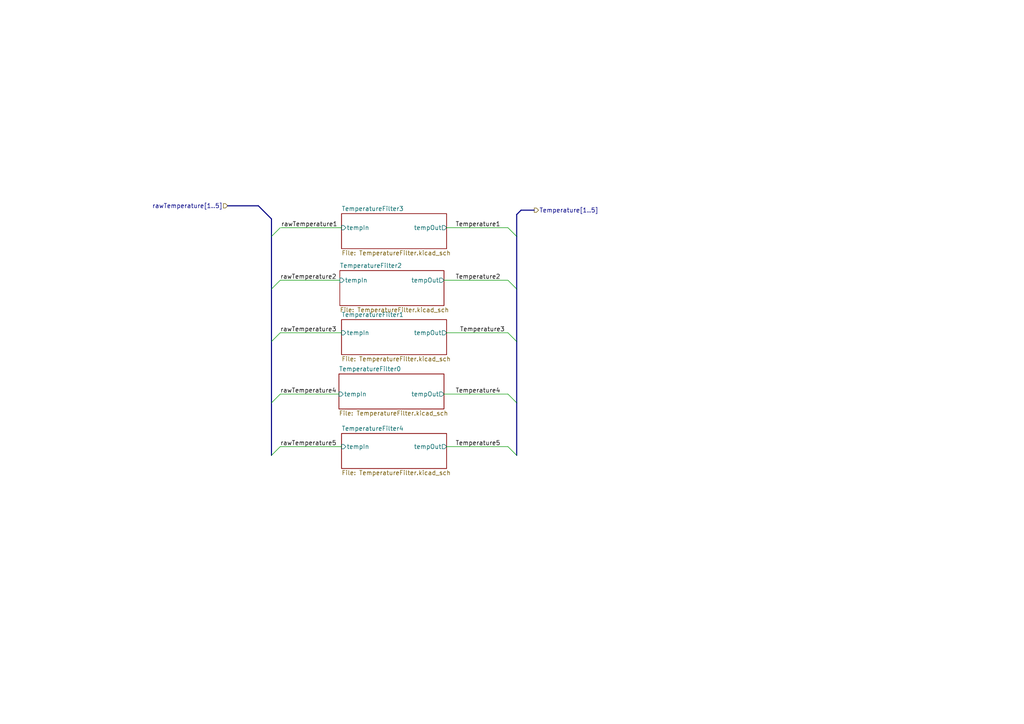
<source format=kicad_sch>
(kicad_sch
	(version 20250114)
	(generator "eeschema")
	(generator_version "9.0")
	(uuid "62f5d096-1c3b-473c-9490-20e328645474")
	(paper "A4")
	(lib_symbols)
	(bus_entry
		(at 78.74 99.06)
		(size 2.54 -2.54)
		(stroke
			(width 0)
			(type default)
		)
		(uuid "001bff1b-90d8-4ca5-b931-8297cd544f62")
	)
	(bus_entry
		(at 78.74 132.08)
		(size 2.54 -2.54)
		(stroke
			(width 0)
			(type default)
		)
		(uuid "1117d094-b8c6-4a01-ae12-76c1101ed50a")
	)
	(bus_entry
		(at 147.32 81.28)
		(size 2.54 2.54)
		(stroke
			(width 0)
			(type default)
		)
		(uuid "21d81c63-4e54-4d7b-a8ed-053e59975958")
	)
	(bus_entry
		(at 78.74 116.84)
		(size 2.54 -2.54)
		(stroke
			(width 0)
			(type default)
		)
		(uuid "2309bb34-a5f2-4e35-9b9d-a6a58734abbd")
	)
	(bus_entry
		(at 78.74 68.58)
		(size 2.54 -2.54)
		(stroke
			(width 0)
			(type default)
		)
		(uuid "52861a0e-b14c-4e71-86b9-5bab237f53cc")
	)
	(bus_entry
		(at 78.74 83.82)
		(size 2.54 -2.54)
		(stroke
			(width 0)
			(type default)
		)
		(uuid "5d2ea581-5a03-4687-bdf2-164692c46145")
	)
	(bus_entry
		(at 147.32 129.54)
		(size 2.54 2.54)
		(stroke
			(width 0)
			(type default)
		)
		(uuid "a01d41e3-7591-41cf-b896-e3de3beb7464")
	)
	(bus_entry
		(at 147.32 66.04)
		(size 2.54 2.54)
		(stroke
			(width 0)
			(type default)
		)
		(uuid "a12afb85-c0df-452f-96c8-becb2dd002f5")
	)
	(bus_entry
		(at 147.32 96.52)
		(size 2.54 2.54)
		(stroke
			(width 0)
			(type default)
		)
		(uuid "c6e52d2e-eaae-46d8-b7e9-fc848796e182")
	)
	(bus_entry
		(at 147.32 114.3)
		(size 2.54 2.54)
		(stroke
			(width 0)
			(type default)
		)
		(uuid "d9f40af1-aca8-4fb7-bef5-99302894a457")
	)
	(wire
		(pts
			(xy 81.28 96.52) (xy 99.06 96.52)
		)
		(stroke
			(width 0)
			(type default)
		)
		(uuid "096ee0bc-7c30-4e70-83ed-53c181ed1d9d")
	)
	(bus
		(pts
			(xy 149.86 62.23) (xy 151.13 60.96)
		)
		(stroke
			(width 0)
			(type default)
		)
		(uuid "0c2c0077-aa33-43c7-922f-e790f5c1f97c")
	)
	(bus
		(pts
			(xy 78.74 83.82) (xy 78.74 99.06)
		)
		(stroke
			(width 0)
			(type default)
		)
		(uuid "203aa79d-b39f-4e52-aef8-f63d2647778d")
	)
	(bus
		(pts
			(xy 78.74 99.06) (xy 78.74 116.84)
		)
		(stroke
			(width 0)
			(type default)
		)
		(uuid "2974ef1d-ecaa-42e3-b306-49bfe3fc6f0b")
	)
	(bus
		(pts
			(xy 66.04 59.69) (xy 74.93 59.69)
		)
		(stroke
			(width 0)
			(type default)
		)
		(uuid "40176581-502d-4e16-8ffd-258a83fc1696")
	)
	(wire
		(pts
			(xy 81.534 66.04) (xy 99.06 66.04)
		)
		(stroke
			(width 0)
			(type default)
		)
		(uuid "41ce7d36-3582-45ea-9628-4f92dad291fa")
	)
	(bus
		(pts
			(xy 149.86 68.58) (xy 149.86 62.23)
		)
		(stroke
			(width 0)
			(type default)
		)
		(uuid "4f857810-aade-48c0-9e30-b3c45e057fdc")
	)
	(wire
		(pts
			(xy 81.28 81.28) (xy 98.552 81.28)
		)
		(stroke
			(width 0)
			(type default)
		)
		(uuid "6ed02998-0296-4e09-a262-1db8c2ce156f")
	)
	(bus
		(pts
			(xy 149.86 116.84) (xy 149.86 99.06)
		)
		(stroke
			(width 0)
			(type default)
		)
		(uuid "7620af9c-175d-4ad0-8f6d-b6ffa52871ac")
	)
	(bus
		(pts
			(xy 74.93 59.69) (xy 78.74 63.5)
		)
		(stroke
			(width 0)
			(type default)
		)
		(uuid "7e118841-b397-429e-aaff-c3025a411126")
	)
	(wire
		(pts
			(xy 128.778 81.28) (xy 147.32 81.28)
		)
		(stroke
			(width 0)
			(type default)
		)
		(uuid "ae69ba5f-8477-49e8-8be6-70f6cb536dcd")
	)
	(bus
		(pts
			(xy 149.86 132.08) (xy 149.86 116.84)
		)
		(stroke
			(width 0)
			(type default)
		)
		(uuid "b075c97a-5a69-4811-8c39-e7c4c8f25a0d")
	)
	(bus
		(pts
			(xy 151.13 60.96) (xy 154.94 60.96)
		)
		(stroke
			(width 0)
			(type default)
		)
		(uuid "c0d8a73b-b3a6-4562-8fb8-f5c74554dbea")
	)
	(wire
		(pts
			(xy 129.54 66.04) (xy 147.32 66.04)
		)
		(stroke
			(width 0)
			(type default)
		)
		(uuid "c67fb43c-65f4-413c-9e16-e3e77776d813")
	)
	(bus
		(pts
			(xy 149.86 99.06) (xy 149.86 83.82)
		)
		(stroke
			(width 0)
			(type default)
		)
		(uuid "cf910d5d-ac64-4741-a2d8-68b00bd6ed30")
	)
	(wire
		(pts
			(xy 128.778 114.3) (xy 147.32 114.3)
		)
		(stroke
			(width 0)
			(type default)
		)
		(uuid "d07a5694-f442-4bcd-9828-beb69976598d")
	)
	(bus
		(pts
			(xy 78.74 116.84) (xy 78.74 132.08)
		)
		(stroke
			(width 0)
			(type default)
		)
		(uuid "d1ae39b3-199d-440c-8d2b-bd41bdb8c259")
	)
	(wire
		(pts
			(xy 81.28 114.3) (xy 98.298 114.3)
		)
		(stroke
			(width 0)
			(type default)
		)
		(uuid "d9252e68-6bf8-412a-963c-227a5edc749b")
	)
	(wire
		(pts
			(xy 129.54 96.52) (xy 147.32 96.52)
		)
		(stroke
			(width 0)
			(type default)
		)
		(uuid "dfe874eb-32bf-42fa-836a-df8f9905e90f")
	)
	(wire
		(pts
			(xy 129.54 129.54) (xy 147.32 129.54)
		)
		(stroke
			(width 0)
			(type default)
		)
		(uuid "e7545432-791a-41d9-afb7-b35369069bdd")
	)
	(wire
		(pts
			(xy 81.28 129.54) (xy 99.06 129.54)
		)
		(stroke
			(width 0)
			(type default)
		)
		(uuid "ebc863d7-39af-48f8-9aee-c53e78194f89")
	)
	(bus
		(pts
			(xy 78.74 68.58) (xy 78.74 83.82)
		)
		(stroke
			(width 0)
			(type default)
		)
		(uuid "f8075956-6ded-46b3-b83c-b94fed9a07c6")
	)
	(bus
		(pts
			(xy 149.86 83.82) (xy 149.86 68.58)
		)
		(stroke
			(width 0)
			(type default)
		)
		(uuid "fab1c197-91c3-4e66-bb5b-ff0883830832")
	)
	(bus
		(pts
			(xy 78.74 63.5) (xy 78.74 68.58)
		)
		(stroke
			(width 0)
			(type default)
		)
		(uuid "fca2035a-ad78-4664-95c1-5ebc941d147b")
	)
	(label "Temperature1"
		(at 132.08 66.04 0)
		(effects
			(font
				(size 1.27 1.27)
			)
			(justify left bottom)
		)
		(uuid "0fa7f4cf-0c26-440b-9b78-8563fcac16fe")
	)
	(label "Temperature5"
		(at 132.08 129.54 0)
		(effects
			(font
				(size 1.27 1.27)
			)
			(justify left bottom)
		)
		(uuid "2dfb18d9-c1f9-41cc-a4ae-0620055f0acc")
	)
	(label "rawTemperature2"
		(at 81.28 81.28 0)
		(effects
			(font
				(size 1.27 1.27)
			)
			(justify left bottom)
		)
		(uuid "2e24adbc-9ecd-4b24-93ce-1f934d39ad31")
	)
	(label "rawTemperature4"
		(at 81.28 114.3 0)
		(effects
			(font
				(size 1.27 1.27)
			)
			(justify left bottom)
		)
		(uuid "30bc8292-be52-4117-925a-1be37a47b0bf")
	)
	(label "Temperature4"
		(at 132.08 114.3 0)
		(effects
			(font
				(size 1.27 1.27)
			)
			(justify left bottom)
		)
		(uuid "35f1e26f-e442-4c03-8092-8a7e2392c62f")
	)
	(label "Temperature2"
		(at 132.08 81.28 0)
		(effects
			(font
				(size 1.27 1.27)
			)
			(justify left bottom)
		)
		(uuid "3f4f7701-dfb2-45b3-8160-d2231cc55126")
	)
	(label "rawTemperature3"
		(at 81.28 96.52 0)
		(effects
			(font
				(size 1.27 1.27)
			)
			(justify left bottom)
		)
		(uuid "40d8ab1b-467c-4352-939b-f5a9fde45aa3")
	)
	(label "Temperature3"
		(at 133.35 96.52 0)
		(effects
			(font
				(size 1.27 1.27)
			)
			(justify left bottom)
		)
		(uuid "42a35195-3b46-46f5-9050-3d7b57c85715")
	)
	(label "rawTemperature1"
		(at 81.534 66.04 0)
		(effects
			(font
				(size 1.27 1.27)
			)
			(justify left bottom)
		)
		(uuid "445ded07-4631-4a2b-8929-b4b72104864f")
	)
	(label "rawTemperature5"
		(at 81.28 129.54 0)
		(effects
			(font
				(size 1.27 1.27)
			)
			(justify left bottom)
		)
		(uuid "eb31b15f-62c0-495a-8a5c-32b43c3a6c36")
	)
	(hierarchical_label "rawTemperature[1..5]"
		(shape input)
		(at 66.04 59.69 180)
		(effects
			(font
				(size 1.27 1.27)
			)
			(justify right)
		)
		(uuid "d8001107-83a4-4b9f-b9fe-788751a1bfdf")
	)
	(hierarchical_label "Temperature[1..5]"
		(shape output)
		(at 154.94 60.96 0)
		(effects
			(font
				(size 1.27 1.27)
			)
			(justify left)
		)
		(uuid "fe388794-8f81-4ee9-934c-0d6fb0570cbd")
	)
	(sheet
		(at 99.06 125.73)
		(size 30.48 10.16)
		(exclude_from_sim no)
		(in_bom yes)
		(on_board yes)
		(dnp no)
		(stroke
			(width 0.1524)
			(type solid)
		)
		(fill
			(color 0 0 0 0.0000)
		)
		(uuid "0071554d-4281-4843-9531-44fa66f109f1")
		(property "Sheetname" "TemperatureFilter4"
			(at 99.06 125.0184 0)
			(effects
				(font
					(size 1.27 1.27)
				)
				(justify left bottom)
			)
		)
		(property "Sheetfile" "TemperatureFilter.kicad_sch"
			(at 99.06 136.398 0)
			(effects
				(font
					(size 1.27 1.27)
				)
				(justify left top)
			)
		)
		(pin "tempIn" input
			(at 99.06 129.54 180)
			(uuid "a0221b42-22ff-4b70-81df-2a9bd367910d")
			(effects
				(font
					(size 1.27 1.27)
				)
				(justify left)
			)
		)
		(pin "tempOut" output
			(at 129.54 129.54 0)
			(uuid "b8746402-b8b3-4f71-b8ec-c7dad559597a")
			(effects
				(font
					(size 1.27 1.27)
				)
				(justify right)
			)
		)
		(instances
			(project "BPS-Voltage_Temp_Board"
				(path "/286f0d93-2a80-4abf-b115-d33410b730c4/b98a0b4d-b474-46e4-af8f-719e1bb91bc9"
					(page "11")
				)
			)
		)
	)
	(sheet
		(at 98.552 78.486)
		(size 30.226 10.16)
		(exclude_from_sim no)
		(in_bom yes)
		(on_board yes)
		(dnp no)
		(stroke
			(width 0.1524)
			(type solid)
		)
		(fill
			(color 0 0 0 0.0000)
		)
		(uuid "0b6a6f29-4cfd-471f-918e-165d9124c249")
		(property "Sheetname" "TemperatureFilter2"
			(at 98.552 77.7744 0)
			(effects
				(font
					(size 1.27 1.27)
				)
				(justify left bottom)
			)
		)
		(property "Sheetfile" "TemperatureFilter.kicad_sch"
			(at 98.552 89.154 0)
			(effects
				(font
					(size 1.27 1.27)
				)
				(justify left top)
			)
		)
		(pin "tempIn" input
			(at 98.552 81.28 180)
			(uuid "7adb1d04-8f05-48d8-971d-0746b2671960")
			(effects
				(font
					(size 1.27 1.27)
				)
				(justify left)
			)
		)
		(pin "tempOut" output
			(at 128.778 81.28 0)
			(uuid "a7de50c4-5373-4d4f-97b2-5fb3eb404071")
			(effects
				(font
					(size 1.27 1.27)
				)
				(justify right)
			)
		)
		(instances
			(project "BPS-Voltage_Temp_Board"
				(path "/286f0d93-2a80-4abf-b115-d33410b730c4/b98a0b4d-b474-46e4-af8f-719e1bb91bc9"
					(page "9")
				)
			)
		)
	)
	(sheet
		(at 98.298 108.458)
		(size 30.48 10.16)
		(exclude_from_sim no)
		(in_bom yes)
		(on_board yes)
		(dnp no)
		(stroke
			(width 0.1524)
			(type solid)
		)
		(fill
			(color 0 0 0 0.0000)
		)
		(uuid "305db25e-0e18-41b2-b157-490c9c9ed149")
		(property "Sheetname" "TemperatureFilter0"
			(at 98.298 107.7464 0)
			(effects
				(font
					(size 1.27 1.27)
				)
				(justify left bottom)
			)
		)
		(property "Sheetfile" "TemperatureFilter.kicad_sch"
			(at 98.298 119.126 0)
			(effects
				(font
					(size 1.27 1.27)
				)
				(justify left top)
			)
		)
		(pin "tempIn" input
			(at 98.298 114.3 180)
			(uuid "adc7b6b3-8022-4a3b-a820-f74ce690d7a3")
			(effects
				(font
					(size 1.27 1.27)
				)
				(justify left)
			)
		)
		(pin "tempOut" output
			(at 128.778 114.3 0)
			(uuid "f7f83c85-4cc2-441b-b185-ebf5ce12d875")
			(effects
				(font
					(size 1.27 1.27)
				)
				(justify right)
			)
		)
		(instances
			(project "BPS-Voltage_Temp_Board"
				(path "/286f0d93-2a80-4abf-b115-d33410b730c4/b98a0b4d-b474-46e4-af8f-719e1bb91bc9"
					(page "7")
				)
			)
		)
	)
	(sheet
		(at 99.06 61.976)
		(size 30.48 10.16)
		(exclude_from_sim no)
		(in_bom yes)
		(on_board yes)
		(dnp no)
		(stroke
			(width 0.1524)
			(type solid)
		)
		(fill
			(color 0 0 0 0.0000)
		)
		(uuid "4a5d6278-49ce-4bbe-b320-bfc4455852c3")
		(property "Sheetname" "TemperatureFilter3"
			(at 99.06 61.2644 0)
			(effects
				(font
					(size 1.27 1.27)
				)
				(justify left bottom)
			)
		)
		(property "Sheetfile" "TemperatureFilter.kicad_sch"
			(at 99.06 72.644 0)
			(effects
				(font
					(size 1.27 1.27)
				)
				(justify left top)
			)
		)
		(pin "tempIn" input
			(at 99.06 66.04 180)
			(uuid "5ae637f1-1692-4914-b10a-cf87abe2546c")
			(effects
				(font
					(size 1.27 1.27)
				)
				(justify left)
			)
		)
		(pin "tempOut" output
			(at 129.54 66.04 0)
			(uuid "0219981c-dff2-4333-93fb-687a5a89a61e")
			(effects
				(font
					(size 1.27 1.27)
				)
				(justify right)
			)
		)
		(instances
			(project "BPS-Voltage_Temp_Board"
				(path "/286f0d93-2a80-4abf-b115-d33410b730c4/b98a0b4d-b474-46e4-af8f-719e1bb91bc9"
					(page "10")
				)
			)
		)
	)
	(sheet
		(at 99.06 92.71)
		(size 30.48 10.16)
		(exclude_from_sim no)
		(in_bom yes)
		(on_board yes)
		(dnp no)
		(stroke
			(width 0.1524)
			(type solid)
		)
		(fill
			(color 0 0 0 0.0000)
		)
		(uuid "eab5a88a-8eae-40be-bde5-afb3b6331798")
		(property "Sheetname" "TemperatureFilter1"
			(at 99.06 91.9984 0)
			(effects
				(font
					(size 1.27 1.27)
				)
				(justify left bottom)
			)
		)
		(property "Sheetfile" "TemperatureFilter.kicad_sch"
			(at 99.06 103.378 0)
			(effects
				(font
					(size 1.27 1.27)
				)
				(justify left top)
			)
		)
		(pin "tempIn" input
			(at 99.06 96.52 180)
			(uuid "63c7f0f0-7b48-4295-bcb2-296fed60d177")
			(effects
				(font
					(size 1.27 1.27)
				)
				(justify left)
			)
		)
		(pin "tempOut" output
			(at 129.54 96.52 0)
			(uuid "ae151f31-2720-43e3-b1b0-38854c910be0")
			(effects
				(font
					(size 1.27 1.27)
				)
				(justify right)
			)
		)
		(instances
			(project "BPS-Voltage_Temp_Board"
				(path "/286f0d93-2a80-4abf-b115-d33410b730c4/b98a0b4d-b474-46e4-af8f-719e1bb91bc9"
					(page "8")
				)
			)
		)
	)
)

</source>
